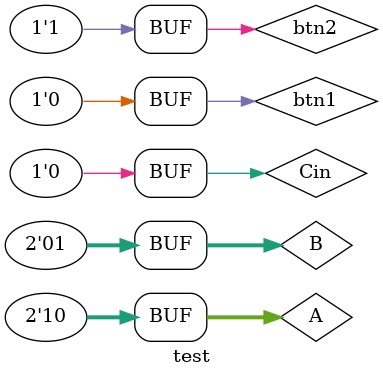
<source format=v>
`timescale 1ns / 1ps


module test;

	// Inputs
	reg [1:0] A;
	reg [1:0] B;
	reg btn1;
	reg btn2;
	reg Cin;

	// Outputs
	wire [1:0] S;
	wire C0;

	// Instantiate the Unit Under Test (UUT)
	main uut (
		.A(A), 
		.B(B), 
		.btn1(btn1), 
		.btn2(btn2), 
		.Cin(Cin), 
		.S(S), 
		.C0(C0)
	);

	initial begin
		// Initialize Inputs
		A = 0;
		B = 0;
		btn1 = 0;
		btn2 = 0;
		Cin = 0;

		// Wait 100 ns for global reset to finish
		#20;
      btn1=1;
		btn2=0;
      A=2;
      B=1;
      #20;
      btn2=1;
		btn1=0;
      A=2;
      B=1;	  
		// Add stimulus here

	end
      
endmodule


</source>
